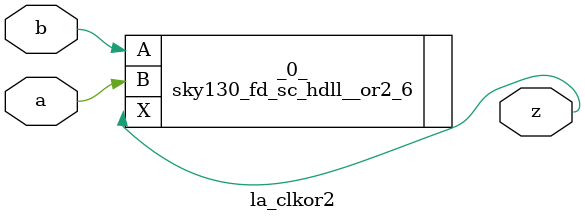
<source format=v>

/* Generated by Yosys 0.44 (git sha1 80ba43d26, g++ 11.4.0-1ubuntu1~22.04 -fPIC -O3) */

(* top =  1  *)
(* src = "generated" *)
(* keep_hierarchy *)
module la_clkor2 (
    a,
    b,
    z
);
  (* src = "generated" *)
  input a;
  wire a;
  (* src = "generated" *)
  input b;
  wire b;
  (* src = "generated" *)
  output z;
  wire z;
  sky130_fd_sc_hdll__or2_6 _0_ (
      .A(b),
      .B(a),
      .X(z)
  );
endmodule

</source>
